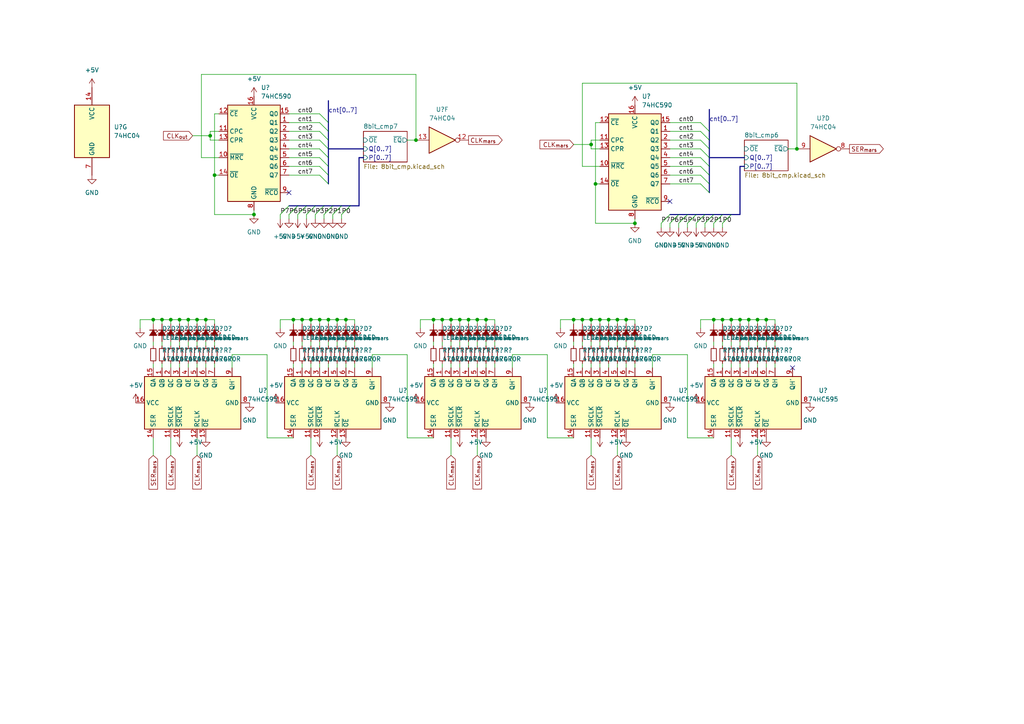
<source format=kicad_sch>
(kicad_sch (version 20230121) (generator eeschema)
  (paper "A4")
  (lib_symbols
    (symbol "74xx:74HC04"
      (property "Reference" "U" (at 0 1.27 0))
      (property "Value" "74HC04" (at 0 -1.27 0))
      (symbol "74HC04_1_0"
        (pin input line (at -7.62 0 0) (length 3.81) (name "~") (number "1"))
        (pin output inverted (at 7.62 0 180) (length 3.81) (name "~") (number "2"))
      )
      (symbol "74HC04_2_0"
        (pin input line (at -7.62 0 0) (length 3.81) (name "~") (number "3"))
        (pin output inverted (at 7.62 0 180) (length 3.81) (name "~") (number "4"))
      )
      (symbol "74HC04_3_0"
        (pin input line (at -7.62 0 0) (length 3.81) (name "~") (number "5"))
        (pin output inverted (at 7.62 0 180) (length 3.81) (name "~") (number "6"))
      )
      (symbol "74HC04_4_0"
        (pin output inverted (at 7.62 0 180) (length 3.81) (name "~") (number "8"))
        (pin input line (at -7.62 0 0) (length 3.81) (name "~") (number "9"))
      )
      (symbol "74HC04_5_0"
        (pin output inverted (at 7.62 0 180) (length 3.81) (name "~") (number "10"))
        (pin input line (at -7.62 0 0) (length 3.81) (name "~") (number "11"))
      )
      (symbol "74HC04_6_0"
        (pin output inverted (at 7.62 0 180) (length 3.81) (name "~") (number "12"))
        (pin input line (at -7.62 0 0) (length 3.81) (name "~") (number "13"))
      )
      (symbol "74HC04_7_0"
        (pin power_in line (at 0 12.7 270) (length 5.08) (name "VCC") (number "14"))
        (pin power_in line (at 0 -12.7 90) (length 5.08) (name "GND") (number "7"))
      )
    )
    (symbol "74xx:74HC590"
      (property "Reference" "U" (at -7.62 16.51 0))
      (property "Value" "74HC590" (at -7.62 -13.97 0))
      (symbol "74HC590_1_0"
        (pin tri_state line (at 10.16 10.16 180) (length 2.54) (name "Q1") (number "1"))
        (pin input line (at -10.16 0 0) (length 2.54) (name "~{MRC}") (number "10"))
        (pin input line (at -10.16 7.62 0) (length 2.54) (name "CPC") (number "11"))
        (pin input line (at -10.16 12.7 0) (length 2.54) (name "~{CE}") (number "12"))
        (pin input line (at -10.16 5.08 0) (length 2.54) (name "CPR") (number "13"))
        (pin input line (at -10.16 -5.08 0) (length 2.54) (name "~{OE}") (number "14"))
        (pin tri_state line (at 10.16 12.7 180) (length 2.54) (name "Q0") (number "15"))
        (pin power_in line (at 0 17.78 270) (length 2.54) (name "VCC") (number "16"))
        (pin tri_state line (at 10.16 7.62 180) (length 2.54) (name "Q2") (number "2"))
        (pin tri_state line (at 10.16 5.08 180) (length 2.54) (name "Q3") (number "3"))
        (pin tri_state line (at 10.16 2.54 180) (length 2.54) (name "Q4") (number "4"))
        (pin tri_state line (at 10.16 0 180) (length 2.54) (name "Q5") (number "5"))
        (pin tri_state line (at 10.16 -2.54 180) (length 2.54) (name "Q6") (number "6"))
        (pin tri_state line (at 10.16 -5.08 180) (length 2.54) (name "Q7") (number "7"))
        (pin power_in line (at 0 -15.24 90) (length 2.54) (name "GND") (number "8"))
        (pin output line (at 10.16 -10.16 180) (length 2.54) (name "~{RCO}") (number "9"))
      )
    )
    (symbol "74xx:74HC595"
      (property "Reference" "U" (at -7.62 13.97 0))
      (property "Value" "74HC595" (at -7.62 -16.51 0))
      (symbol "74HC595_1_0"
        (pin tri_state line (at 10.16 7.62 180) (length 2.54) (name "QB") (number "1"))
        (pin input line (at -10.16 2.54 0) (length 2.54) (name "~{SRCLR}") (number "10"))
        (pin input line (at -10.16 5.08 0) (length 2.54) (name "SRCLK") (number "11"))
        (pin input line (at -10.16 -2.54 0) (length 2.54) (name "RCLK") (number "12"))
        (pin input line (at -10.16 -5.08 0) (length 2.54) (name "~{OE}") (number "13"))
        (pin input line (at -10.16 10.16 0) (length 2.54) (name "SER") (number "14"))
        (pin tri_state line (at 10.16 10.16 180) (length 2.54) (name "QA") (number "15"))
        (pin power_in line (at 0 15.24 270) (length 2.54) (name "VCC") (number "16"))
        (pin tri_state line (at 10.16 5.08 180) (length 2.54) (name "QC") (number "2"))
        (pin tri_state line (at 10.16 2.54 180) (length 2.54) (name "QD") (number "3"))
        (pin tri_state line (at 10.16 0 180) (length 2.54) (name "QE") (number "4"))
        (pin tri_state line (at 10.16 -2.54 180) (length 2.54) (name "QF") (number "5"))
        (pin tri_state line (at 10.16 -5.08 180) (length 2.54) (name "QG") (number "6"))
        (pin tri_state line (at 10.16 -7.62 180) (length 2.54) (name "QH") (number "7"))
        (pin power_in line (at 0 -17.78 90) (length 2.54) (name "GND") (number "8"))
        (pin output line (at 10.16 -12.7 180) (length 2.54) (name "QH'") (number "9"))
      )
    )
    (symbol "Device:LED_Small_Filled" (pin_numbers hide) (pin_names (offset 0.254) hide)
      (property "Reference" "D" (at -1.27 3.175 0))
      (property "Value" "LED_Small_Filled" (at -4.445 -2.54 0))
      (symbol "LED_Small_Filled_1_1"
        (pin passive line (at -2.54 0 0) (length 1.778) (name "K") (number "1"))
        (pin passive line (at 2.54 0 180) (length 1.778) (name "A") (number "2"))
      )
    )
    (symbol "Device:R_Small" (pin_numbers hide) (pin_names (offset 0.254) hide)
      (property "Reference" "R" (at 0.762 0.508 0))
      (property "Value" "R_Small" (at 0.762 -1.016 0))
      (symbol "R_Small_1_1"
        (pin passive line (at 0 2.54 270) (length 0.762) (name "~") (number "1"))
        (pin passive line (at 0 -2.54 90) (length 0.762) (name "~") (number "2"))
      )
    )
    (symbol "power:+5V" (power) (pin_names (offset 0))
      (property "Value" "+5V" (at 0 3.556 0))
      (symbol "+5V_1_1"
        (pin power_in line (at 0 0 90) (length 0) hide (name "+5V") (number "1"))
      )
    )
    (symbol "power:GND" (power) (pin_names (offset 0))
      (property "Value" "GND" (at 0 -3.81 0))
      (symbol "GND_1_1"
        (pin power_in line (at 0 0 270) (length 0) hide (name "GND") (number "1"))
      )
    )
  )
  (junction (at 217.17 92.71))
  (junction (at 214.63 92.71))
  (junction (at 135.89 92.71))
  (junction (at 120.65 40.64))
  (junction (at 138.43 92.71))
  (junction (at 125.73 92.71))
  (junction (at 140.97 92.71))
  (junction (at 173.99 92.71))
  (junction (at 60.96 39.37))
  (junction (at 97.79 92.71))
  (junction (at 181.61 92.71))
  (junction (at 59.69 92.71))
  (junction (at 172.72 53.34))
  (junction (at 49.53 92.71))
  (junction (at 85.09 92.71))
  (junction (at 207.01 92.71))
  (junction (at 57.15 92.71))
  (junction (at 128.27 92.71))
  (junction (at 95.25 92.71))
  (junction (at 219.71 92.71))
  (junction (at 130.81 92.71))
  (junction (at 222.25 92.71))
  (junction (at 176.53 92.71))
  (junction (at 100.33 92.71))
  (junction (at 92.71 92.71))
  (junction (at 231.14 43.18))
  (junction (at 168.91 92.71))
  (junction (at 52.07 92.71))
  (junction (at 166.37 92.71))
  (junction (at 46.99 92.71))
  (junction (at 62.23 50.8))
  (junction (at 87.63 92.71))
  (junction (at 90.17 92.71))
  (junction (at 171.45 41.91))
  (junction (at 179.07 92.71))
  (junction (at 44.45 92.71))
  (junction (at 212.09 92.71))
  (junction (at 209.55 92.71))
  (junction (at 133.35 92.71))
  (junction (at 171.45 92.71))
  (junction (at 184.15 64.77))
  (junction (at 54.61 92.71))
  (junction (at 73.66 62.23))
  (no_connect (at 83.82 55.88))
  (no_connect (at 229.87 106.68))
  (no_connect (at 194.31 58.42))
  (bus_entry (at 199.39 62.23) (size -2.54 2.54))
  (bus_entry (at 204.47 62.23) (size -2.54 2.54))
  (bus_entry (at 203.2 45.72) (size 2.54 2.54))
  (bus_entry (at 96.52 59.69) (size -2.54 2.54))
  (bus_entry (at 201.93 62.23) (size -2.54 2.54))
  (bus_entry (at 92.71 35.56) (size 2.54 2.54))
  (bus_entry (at 93.98 59.69) (size -2.54 2.54))
  (bus_entry (at 209.55 62.23) (size -2.54 2.54))
  (bus_entry (at 203.2 35.56) (size 2.54 2.54))
  (bus_entry (at 91.44 59.69) (size -2.54 2.54))
  (bus_entry (at 92.71 40.64) (size 2.54 2.54))
  (bus_entry (at 92.71 43.18) (size 2.54 2.54))
  (bus_entry (at 99.06 59.69) (size -2.54 2.54))
  (bus_entry (at 101.6 59.69) (size -2.54 2.54))
  (bus_entry (at 194.31 62.23) (size -2.54 2.54))
  (bus_entry (at 86.36 59.69) (size -2.54 2.54))
  (bus_entry (at 203.2 53.34) (size 2.54 2.54))
  (bus_entry (at 207.01 62.23) (size -2.54 2.54))
  (bus_entry (at 92.71 50.8) (size 2.54 2.54))
  (bus_entry (at 88.9 59.69) (size -2.54 2.54))
  (bus_entry (at 92.71 33.02) (size 2.54 2.54))
  (bus_entry (at 196.85 62.23) (size -2.54 2.54))
  (bus_entry (at 83.82 59.69) (size -2.54 2.54))
  (bus_entry (at 203.2 40.64) (size 2.54 2.54))
  (bus_entry (at 92.71 38.1) (size 2.54 2.54))
  (bus_entry (at 92.71 48.26) (size 2.54 2.54))
  (bus_entry (at 203.2 48.26) (size 2.54 2.54))
  (bus_entry (at 212.09 62.23) (size -2.54 2.54))
  (bus_entry (at 203.2 43.18) (size 2.54 2.54))
  (bus_entry (at 203.2 38.1) (size 2.54 2.54))
  (bus_entry (at 92.71 45.72) (size 2.54 2.54))
  (bus_entry (at 203.2 50.8) (size 2.54 2.54))
  (wire (pts (xy 209.55 105.41) (xy 209.55 106.68)))
  (wire (pts (xy 173.99 92.71) (xy 173.99 93.98)))
  (wire (pts (xy 83.82 40.64) (xy 92.71 40.64)))
  (wire (pts (xy 54.61 99.06) (xy 54.61 100.33)))
  (wire (pts (xy 44.45 105.41) (xy 44.45 106.68)))
  (wire (pts (xy 102.87 92.71) (xy 102.87 93.98)))
  (wire (pts (xy 90.17 105.41) (xy 90.17 106.68)))
  (wire (pts (xy 59.69 105.41) (xy 59.69 106.68)))
  (wire (pts (xy 87.63 92.71) (xy 87.63 93.98)))
  (wire (pts (xy 83.82 35.56) (xy 92.71 35.56)))
  (wire (pts (xy 59.69 99.06) (xy 59.69 100.33)))
  (wire (pts (xy 97.79 92.71) (xy 100.33 92.71)))
  (wire (pts (xy 83.82 62.23) (xy 83.82 63.5)))
  (wire (pts (xy 219.71 127) (xy 219.71 132.08)))
  (wire (pts (xy 184.15 105.41) (xy 184.15 106.68)))
  (wire (pts (xy 231.14 24.13) (xy 168.91 24.13)))
  (wire (pts (xy 118.11 127) (xy 125.73 127)))
  (wire (pts (xy 60.96 39.37) (xy 60.96 38.1)))
  (wire (pts (xy 54.61 92.71) (xy 57.15 92.71)))
  (wire (pts (xy 128.27 92.71) (xy 130.81 92.71)))
  (wire (pts (xy 199.39 127) (xy 207.01 127)))
  (wire (pts (xy 87.63 92.71) (xy 90.17 92.71)))
  (wire (pts (xy 171.45 43.18) (xy 171.45 41.91)))
  (wire (pts (xy 85.09 92.71) (xy 85.09 93.98)))
  (wire (pts (xy 217.17 92.71) (xy 219.71 92.71)))
  (wire (pts (xy 194.31 35.56) (xy 203.2 35.56)))
  (wire (pts (xy 95.25 92.71) (xy 97.79 92.71)))
  (wire (pts (xy 224.79 105.41) (xy 224.79 106.68)))
  (wire (pts (xy 62.23 62.23) (xy 62.23 50.8)))
  (wire (pts (xy 85.09 99.06) (xy 85.09 100.33)))
  (wire (pts (xy 166.37 41.91) (xy 171.45 41.91)))
  (wire (pts (xy 99.06 62.23) (xy 99.06 63.5)))
  (wire (pts (xy 81.28 62.23) (xy 81.28 63.5)))
  (wire (pts (xy 85.09 92.71) (xy 87.63 92.71)))
  (wire (pts (xy 125.73 92.71) (xy 128.27 92.71)))
  (wire (pts (xy 49.53 105.41) (xy 49.53 106.68)))
  (wire (pts (xy 121.92 92.71) (xy 121.92 95.25)))
  (wire (pts (xy 95.25 92.71) (xy 95.25 93.98)))
  (wire (pts (xy 57.15 92.71) (xy 59.69 92.71)))
  (wire (pts (xy 179.07 127) (xy 179.07 132.08)))
  (wire (pts (xy 92.71 92.71) (xy 95.25 92.71)))
  (wire (pts (xy 158.75 127) (xy 166.37 127)))
  (wire (pts (xy 171.45 92.71) (xy 173.99 92.71)))
  (wire (pts (xy 171.45 41.91) (xy 171.45 40.64)))
  (wire (pts (xy 100.33 92.71) (xy 102.87 92.71)))
  (wire (pts (xy 184.15 63.5) (xy 184.15 64.77)))
  (wire (pts (xy 168.91 48.26) (xy 173.99 48.26)))
  (wire (pts (xy 92.71 92.71) (xy 92.71 93.98)))
  (wire (pts (xy 207.01 64.77) (xy 207.01 66.04)))
  (bus (pts (xy 205.74 43.18) (xy 205.74 45.72)))
  (wire (pts (xy 194.31 38.1) (xy 203.2 38.1)))
  (wire (pts (xy 62.23 33.02) (xy 63.5 33.02)))
  (wire (pts (xy 44.45 92.71) (xy 40.64 92.71)))
  (wire (pts (xy 133.35 105.41) (xy 133.35 106.68)))
  (wire (pts (xy 57.15 105.41) (xy 57.15 106.68)))
  (wire (pts (xy 107.95 106.68) (xy 107.95 102.87)))
  (wire (pts (xy 97.79 105.41) (xy 97.79 106.68)))
  (wire (pts (xy 52.07 92.71) (xy 52.07 93.98)))
  (bus (pts (xy 194.31 62.23) (xy 196.85 62.23)))
  (wire (pts (xy 125.73 99.06) (xy 125.73 100.33)))
  (bus (pts (xy 214.63 62.23) (xy 214.63 48.26)))
  (wire (pts (xy 181.61 105.41) (xy 181.61 106.68)))
  (wire (pts (xy 140.97 92.71) (xy 143.51 92.71)))
  (wire (pts (xy 49.53 127) (xy 49.53 132.08)))
  (wire (pts (xy 189.23 102.87) (xy 199.39 102.87)))
  (bus (pts (xy 209.55 62.23) (xy 212.09 62.23)))
  (wire (pts (xy 166.37 92.71) (xy 162.56 92.71)))
  (bus (pts (xy 83.82 59.69) (xy 86.36 59.69)))
  (wire (pts (xy 171.45 105.41) (xy 171.45 106.68)))
  (wire (pts (xy 92.71 99.06) (xy 92.71 100.33)))
  (wire (pts (xy 140.97 105.41) (xy 140.97 106.68)))
  (wire (pts (xy 62.23 50.8) (xy 62.23 33.02)))
  (wire (pts (xy 194.31 48.26) (xy 203.2 48.26)))
  (wire (pts (xy 52.07 92.71) (xy 54.61 92.71)))
  (wire (pts (xy 194.31 53.34) (xy 203.2 53.34)))
  (wire (pts (xy 214.63 99.06) (xy 214.63 100.33)))
  (wire (pts (xy 166.37 105.41) (xy 166.37 106.68)))
  (wire (pts (xy 158.75 102.87) (xy 158.75 127)))
  (wire (pts (xy 46.99 99.06) (xy 46.99 100.33)))
  (wire (pts (xy 52.07 99.06) (xy 52.07 100.33)))
  (wire (pts (xy 209.55 99.06) (xy 209.55 100.33)))
  (wire (pts (xy 46.99 92.71) (xy 49.53 92.71)))
  (bus (pts (xy 93.98 59.69) (xy 96.52 59.69)))
  (wire (pts (xy 201.93 64.77) (xy 201.93 66.04)))
  (wire (pts (xy 222.25 99.06) (xy 222.25 100.33)))
  (wire (pts (xy 222.25 105.41) (xy 222.25 106.68)))
  (wire (pts (xy 97.79 99.06) (xy 97.79 100.33)))
  (bus (pts (xy 205.74 40.64) (xy 205.74 43.18)))
  (bus (pts (xy 95.25 45.72) (xy 95.25 48.26)))
  (bus (pts (xy 95.25 40.64) (xy 95.25 43.18)))
  (wire (pts (xy 62.23 50.8) (xy 63.5 50.8)))
  (wire (pts (xy 49.53 92.71) (xy 52.07 92.71)))
  (wire (pts (xy 222.25 92.71) (xy 224.79 92.71)))
  (wire (pts (xy 212.09 92.71) (xy 214.63 92.71)))
  (wire (pts (xy 73.66 62.23) (xy 62.23 62.23)))
  (wire (pts (xy 135.89 92.71) (xy 135.89 93.98)))
  (wire (pts (xy 196.85 64.77) (xy 196.85 66.04)))
  (wire (pts (xy 128.27 92.71) (xy 128.27 93.98)))
  (wire (pts (xy 171.45 99.06) (xy 171.45 100.33)))
  (wire (pts (xy 173.99 99.06) (xy 173.99 100.33)))
  (bus (pts (xy 196.85 62.23) (xy 199.39 62.23)))
  (bus (pts (xy 201.93 62.23) (xy 204.47 62.23)))
  (wire (pts (xy 172.72 53.34) (xy 172.72 35.56)))
  (wire (pts (xy 207.01 92.71) (xy 209.55 92.71)))
  (wire (pts (xy 231.14 43.18) (xy 231.14 24.13)))
  (wire (pts (xy 102.87 105.41) (xy 102.87 106.68)))
  (wire (pts (xy 85.09 92.71) (xy 81.28 92.71)))
  (wire (pts (xy 179.07 99.06) (xy 179.07 100.33)))
  (bus (pts (xy 95.25 35.56) (xy 95.25 38.1)))
  (wire (pts (xy 207.01 92.71) (xy 203.2 92.71)))
  (bus (pts (xy 205.74 45.72) (xy 215.9 45.72)))
  (wire (pts (xy 85.09 105.41) (xy 85.09 106.68)))
  (wire (pts (xy 171.45 127) (xy 171.45 132.08)))
  (wire (pts (xy 172.72 53.34) (xy 173.99 53.34)))
  (wire (pts (xy 138.43 99.06) (xy 138.43 100.33)))
  (wire (pts (xy 102.87 99.06) (xy 102.87 100.33)))
  (wire (pts (xy 179.07 105.41) (xy 179.07 106.68)))
  (wire (pts (xy 125.73 92.71) (xy 121.92 92.71)))
  (wire (pts (xy 100.33 105.41) (xy 100.33 106.68)))
  (wire (pts (xy 209.55 92.71) (xy 209.55 93.98)))
  (wire (pts (xy 100.33 99.06) (xy 100.33 100.33)))
  (wire (pts (xy 168.91 99.06) (xy 168.91 100.33)))
  (wire (pts (xy 81.28 92.71) (xy 81.28 95.25)))
  (wire (pts (xy 58.42 21.59) (xy 58.42 45.72)))
  (wire (pts (xy 83.82 43.18) (xy 92.71 43.18)))
  (bus (pts (xy 205.74 45.72) (xy 205.74 48.26)))
  (wire (pts (xy 130.81 99.06) (xy 130.81 100.33)))
  (wire (pts (xy 128.27 99.06) (xy 128.27 100.33)))
  (wire (pts (xy 118.11 40.64) (xy 120.65 40.64)))
  (wire (pts (xy 120.65 40.64) (xy 120.65 21.59)))
  (wire (pts (xy 140.97 92.71) (xy 140.97 93.98)))
  (wire (pts (xy 143.51 92.71) (xy 143.51 93.98)))
  (wire (pts (xy 92.71 105.41) (xy 92.71 106.68)))
  (bus (pts (xy 212.09 62.23) (xy 214.63 62.23)))
  (wire (pts (xy 87.63 105.41) (xy 87.63 106.68)))
  (wire (pts (xy 93.98 62.23) (xy 93.98 63.5)))
  (wire (pts (xy 90.17 92.71) (xy 90.17 93.98)))
  (wire (pts (xy 173.99 92.71) (xy 176.53 92.71)))
  (wire (pts (xy 168.91 24.13) (xy 168.91 48.26)))
  (wire (pts (xy 97.79 127) (xy 97.79 132.08)))
  (wire (pts (xy 162.56 92.71) (xy 162.56 95.25)))
  (wire (pts (xy 148.59 102.87) (xy 158.75 102.87)))
  (wire (pts (xy 212.09 105.41) (xy 212.09 106.68)))
  (bus (pts (xy 205.74 31.75) (xy 205.74 38.1)))
  (wire (pts (xy 130.81 127) (xy 130.81 132.08)))
  (wire (pts (xy 133.35 92.71) (xy 135.89 92.71)))
  (wire (pts (xy 168.91 105.41) (xy 168.91 106.68)))
  (bus (pts (xy 205.74 48.26) (xy 205.74 50.8)))
  (wire (pts (xy 87.63 99.06) (xy 87.63 100.33)))
  (wire (pts (xy 140.97 99.06) (xy 140.97 100.33)))
  (wire (pts (xy 217.17 92.71) (xy 217.17 93.98)))
  (bus (pts (xy 104.14 59.69) (xy 104.14 45.72)))
  (bus (pts (xy 207.01 62.23) (xy 209.55 62.23)))
  (wire (pts (xy 194.31 43.18) (xy 203.2 43.18)))
  (wire (pts (xy 107.95 102.87) (xy 118.11 102.87)))
  (wire (pts (xy 44.45 99.06) (xy 44.45 100.33)))
  (wire (pts (xy 179.07 92.71) (xy 181.61 92.71)))
  (wire (pts (xy 97.79 92.71) (xy 97.79 93.98)))
  (wire (pts (xy 143.51 99.06) (xy 143.51 100.33)))
  (wire (pts (xy 176.53 92.71) (xy 179.07 92.71)))
  (wire (pts (xy 135.89 99.06) (xy 135.89 100.33)))
  (wire (pts (xy 57.15 127) (xy 57.15 132.08)))
  (wire (pts (xy 166.37 92.71) (xy 168.91 92.71)))
  (wire (pts (xy 207.01 99.06) (xy 207.01 100.33)))
  (bus (pts (xy 204.47 62.23) (xy 207.01 62.23)))
  (wire (pts (xy 130.81 92.71) (xy 130.81 93.98)))
  (wire (pts (xy 181.61 92.71) (xy 181.61 93.98)))
  (wire (pts (xy 214.63 92.71) (xy 214.63 93.98)))
  (wire (pts (xy 90.17 127) (xy 90.17 132.08)))
  (wire (pts (xy 54.61 105.41) (xy 54.61 106.68)))
  (wire (pts (xy 52.07 105.41) (xy 52.07 106.68)))
  (wire (pts (xy 209.55 64.77) (xy 209.55 66.04)))
  (wire (pts (xy 77.47 102.87) (xy 77.47 127)))
  (wire (pts (xy 184.15 64.77) (xy 172.72 64.77)))
  (wire (pts (xy 224.79 99.06) (xy 224.79 100.33)))
  (bus (pts (xy 205.74 50.8) (xy 205.74 53.34)))
  (wire (pts (xy 171.45 92.71) (xy 171.45 93.98)))
  (bus (pts (xy 95.25 38.1) (xy 95.25 40.64)))
  (wire (pts (xy 77.47 127) (xy 85.09 127)))
  (wire (pts (xy 91.44 62.23) (xy 91.44 63.5)))
  (wire (pts (xy 96.52 62.23) (xy 96.52 63.5)))
  (wire (pts (xy 219.71 92.71) (xy 222.25 92.71)))
  (wire (pts (xy 60.96 38.1) (xy 63.5 38.1)))
  (wire (pts (xy 171.45 40.64) (xy 173.99 40.64)))
  (wire (pts (xy 173.99 43.18) (xy 171.45 43.18)))
  (wire (pts (xy 184.15 92.71) (xy 184.15 93.98)))
  (wire (pts (xy 100.33 92.71) (xy 100.33 93.98)))
  (wire (pts (xy 212.09 92.71) (xy 212.09 93.98)))
  (wire (pts (xy 90.17 99.06) (xy 90.17 100.33)))
  (wire (pts (xy 172.72 64.77) (xy 172.72 53.34)))
  (wire (pts (xy 83.82 48.26) (xy 92.71 48.26)))
  (wire (pts (xy 176.53 99.06) (xy 176.53 100.33)))
  (wire (pts (xy 176.53 92.71) (xy 176.53 93.98)))
  (wire (pts (xy 58.42 45.72) (xy 63.5 45.72)))
  (wire (pts (xy 212.09 127) (xy 212.09 132.08)))
  (wire (pts (xy 173.99 105.41) (xy 173.99 106.68)))
  (wire (pts (xy 83.82 45.72) (xy 92.71 45.72)))
  (wire (pts (xy 54.61 92.71) (xy 54.61 93.98)))
  (wire (pts (xy 166.37 92.71) (xy 166.37 93.98)))
  (wire (pts (xy 138.43 105.41) (xy 138.43 106.68)))
  (wire (pts (xy 228.6 43.18) (xy 231.14 43.18)))
  (bus (pts (xy 205.74 53.34) (xy 205.74 55.88)))
  (wire (pts (xy 62.23 92.71) (xy 62.23 93.98)))
  (wire (pts (xy 130.81 105.41) (xy 130.81 106.68)))
  (wire (pts (xy 209.55 92.71) (xy 212.09 92.71)))
  (wire (pts (xy 90.17 92.71) (xy 92.71 92.71)))
  (wire (pts (xy 83.82 38.1) (xy 92.71 38.1)))
  (wire (pts (xy 207.01 105.41) (xy 207.01 106.68)))
  (wire (pts (xy 217.17 105.41) (xy 217.17 106.68)))
  (wire (pts (xy 168.91 92.71) (xy 171.45 92.71)))
  (wire (pts (xy 138.43 127) (xy 138.43 132.08)))
  (wire (pts (xy 219.71 92.71) (xy 219.71 93.98)))
  (bus (pts (xy 91.44 59.69) (xy 93.98 59.69)))
  (wire (pts (xy 138.43 92.71) (xy 138.43 93.98)))
  (bus (pts (xy 214.63 48.26) (xy 215.9 48.26)))
  (bus (pts (xy 101.6 59.69) (xy 104.14 59.69)))
  (wire (pts (xy 138.43 92.71) (xy 140.97 92.71)))
  (wire (pts (xy 63.5 40.64) (xy 60.96 40.64)))
  (wire (pts (xy 194.31 64.77) (xy 194.31 66.04)))
  (wire (pts (xy 219.71 99.06) (xy 219.71 100.33)))
  (wire (pts (xy 57.15 92.71) (xy 57.15 93.98)))
  (wire (pts (xy 148.59 106.68) (xy 148.59 102.87)))
  (wire (pts (xy 67.31 106.68) (xy 67.31 102.87)))
  (wire (pts (xy 44.45 132.08) (xy 44.45 127)))
  (bus (pts (xy 88.9 59.69) (xy 91.44 59.69)))
  (bus (pts (xy 95.25 29.21) (xy 95.25 35.56)))
  (bus (pts (xy 86.36 59.69) (xy 88.9 59.69)))
  (wire (pts (xy 181.61 92.71) (xy 184.15 92.71)))
  (wire (pts (xy 40.64 92.71) (xy 40.64 95.25)))
  (bus (pts (xy 95.25 43.18) (xy 105.41 43.18)))
  (wire (pts (xy 128.27 105.41) (xy 128.27 106.68)))
  (wire (pts (xy 83.82 50.8) (xy 92.71 50.8)))
  (wire (pts (xy 133.35 92.71) (xy 133.35 93.98)))
  (wire (pts (xy 207.01 92.71) (xy 207.01 93.98)))
  (wire (pts (xy 189.23 106.68) (xy 189.23 102.87)))
  (wire (pts (xy 194.31 50.8) (xy 203.2 50.8)))
  (wire (pts (xy 95.25 99.06) (xy 95.25 100.33)))
  (wire (pts (xy 44.45 92.71) (xy 46.99 92.71)))
  (wire (pts (xy 67.31 102.87) (xy 77.47 102.87)))
  (wire (pts (xy 219.71 105.41) (xy 219.71 106.68)))
  (wire (pts (xy 57.15 99.06) (xy 57.15 100.33)))
  (wire (pts (xy 222.25 92.71) (xy 222.25 93.98)))
  (bus (pts (xy 95.25 50.8) (xy 95.25 53.34)))
  (wire (pts (xy 60.96 40.64) (xy 60.96 39.37)))
  (wire (pts (xy 118.11 102.87) (xy 118.11 127)))
  (wire (pts (xy 135.89 105.41) (xy 135.89 106.68)))
  (wire (pts (xy 194.31 45.72) (xy 203.2 45.72)))
  (wire (pts (xy 191.77 64.77) (xy 191.77 66.04)))
  (wire (pts (xy 176.53 105.41) (xy 176.53 106.68)))
  (bus (pts (xy 95.25 48.26) (xy 95.25 50.8)))
  (wire (pts (xy 62.23 99.06) (xy 62.23 100.33)))
  (wire (pts (xy 125.73 92.71) (xy 125.73 93.98)))
  (bus (pts (xy 199.39 62.23) (xy 201.93 62.23)))
  (wire (pts (xy 59.69 92.71) (xy 59.69 93.98)))
  (wire (pts (xy 184.15 99.06) (xy 184.15 100.33)))
  (wire (pts (xy 214.63 105.41) (xy 214.63 106.68)))
  (bus (pts (xy 104.14 45.72) (xy 105.41 45.72)))
  (wire (pts (xy 224.79 92.71) (xy 224.79 93.98)))
  (bus (pts (xy 99.06 59.69) (xy 101.6 59.69)))
  (bus (pts (xy 96.52 59.69) (xy 99.06 59.69)))
  (wire (pts (xy 44.45 92.71) (xy 44.45 93.98)))
  (wire (pts (xy 204.47 64.77) (xy 204.47 66.04)))
  (wire (pts (xy 168.91 92.71) (xy 168.91 93.98)))
  (bus (pts (xy 95.25 43.18) (xy 95.25 45.72)))
  (wire (pts (xy 179.07 92.71) (xy 179.07 93.98)))
  (wire (pts (xy 217.17 99.06) (xy 217.17 100.33)))
  (bus (pts (xy 205.74 38.1) (xy 205.74 40.64)))
  (wire (pts (xy 172.72 35.56) (xy 173.99 35.56)))
  (wire (pts (xy 130.81 92.71) (xy 133.35 92.71)))
  (wire (pts (xy 194.31 40.64) (xy 203.2 40.64)))
  (wire (pts (xy 133.35 99.06) (xy 133.35 100.33)))
  (wire (pts (xy 95.25 105.41) (xy 95.25 106.68)))
  (wire (pts (xy 49.53 99.06) (xy 49.53 100.33)))
  (wire (pts (xy 212.09 99.06) (xy 212.09 100.33)))
  (wire (pts (xy 83.82 33.02) (xy 92.71 33.02)))
  (wire (pts (xy 120.65 21.59) (xy 58.42 21.59)))
  (wire (pts (xy 199.39 64.77) (xy 199.39 66.04)))
  (wire (pts (xy 166.37 99.06) (xy 166.37 100.33)))
  (wire (pts (xy 73.66 60.96) (xy 73.66 62.23)))
  (wire (pts (xy 62.23 105.41) (xy 62.23 106.68)))
  (wire (pts (xy 55.88 39.37) (xy 60.96 39.37)))
  (wire (pts (xy 88.9 62.23) (xy 88.9 63.5)))
  (wire (pts (xy 49.53 92.71) (xy 49.53 93.98)))
  (wire (pts (xy 59.69 92.71) (xy 62.23 92.71)))
  (wire (pts (xy 125.73 105.41) (xy 125.73 106.68)))
  (wire (pts (xy 203.2 92.71) (xy 203.2 95.25)))
  (wire (pts (xy 214.63 92.71) (xy 217.17 92.71)))
  (wire (pts (xy 86.36 62.23) (xy 86.36 63.5)))
  (wire (pts (xy 135.89 92.71) (xy 138.43 92.71)))
  (wire (pts (xy 46.99 105.41) (xy 46.99 106.68)))
  (wire (pts (xy 46.99 92.71) (xy 46.99 93.98)))
  (wire (pts (xy 181.61 99.06) (xy 181.61 100.33)))
  (wire (pts (xy 199.39 102.87) (xy 199.39 127)))
  (wire (pts (xy 143.51 105.41) (xy 143.51 106.68)))
  (label "P4" (at 88.9 62.23 0))
  (label "cnt7" (at 196.85 53.34 0))
  (label "cnt[0..7]" (at 95.25 33.02 0))
  (label "cnt4" (at 86.36 43.18 0))
  (label "cnt1" (at 86.36 35.56 0))
  (label "cnt[0..7]" (at 205.74 35.56 0))
  (label "P6" (at 83.82 62.23 0))
  (label "P0" (at 99.06 62.23 0))
  (label "P0" (at 209.55 64.77 0))
  (label "cnt0" (at 196.85 35.56 0))
  (label "cnt7" (at 86.36 50.8 0))
  (label "P3" (at 201.93 64.77 0))
  (label "cnt6" (at 86.36 48.26 0))
  (label "cnt1" (at 196.85 38.1 0))
  (label "P2" (at 93.98 62.23 0))
  (label "P5" (at 196.85 64.77 0))
  (label "P2" (at 204.47 64.77 0))
  (label "cnt2" (at 86.4114 38.1 0))
  (label "P7" (at 191.77 64.77 0))
  (label "cnt2" (at 196.9014 40.64 0))
  (label "cnt0" (at 86.36 33.02 0))
  (label "cnt5" (at 86.36 45.72 0))
  (label "cnt3" (at 86.36 40.64 0))
  (label "P1" (at 207.01 64.77 0))
  (label "cnt4" (at 196.85 45.72 0))
  (label "cnt5" (at 196.85 48.26 0))
  (label "P6" (at 194.31 64.77 0))
  (label "P4" (at 199.39 64.77 0))
  (label "P3" (at 91.44 62.23 0))
  (label "cnt6" (at 196.85 50.8 0))
  (label "P7" (at 81.28 62.23 0))
  (label "P5" (at 86.36 62.23 0))
  (label "P1" (at 96.52 62.23 0))
  (label "cnt3" (at 196.85 43.18 0))
  (global_label "CLK_{mars}" (shape output) (at 135.89 40.64 0) (property "Intersheetrefs" "${INTERSHEET_REFS}" (effects hide)))
  (global_label "CLK_{mars}" (shape input) (at 97.79 132.08 270) (property "Intersheetrefs" "${INTERSHEET_REFS}" (effects hide)))
  (global_label "CLK_{out}" (shape input) (at 55.88 39.37 180) (property "Intersheetrefs" "${INTERSHEET_REFS}" (effects hide)))
  (global_label "CLK_{mars}" (shape input) (at 49.53 132.08 270) (property "Intersheetrefs" "${INTERSHEET_REFS}" (effects hide)))
  (global_label "CLK_{mars}" (shape input) (at 130.81 132.08 270) (property "Intersheetrefs" "${INTERSHEET_REFS}" (effects hide)))
  (global_label "CLK_{mars}" (shape input) (at 219.71 132.08 270) (property "Intersheetrefs" "${INTERSHEET_REFS}" (effects hide)))
  (global_label "SER_{mars}" (shape input) (at 44.45 132.08 270) (property "Intersheetrefs" "${INTERSHEET_REFS}" (effects hide)))
  (global_label "SER_{mars}" (shape output) (at 246.38 43.18 0) (property "Intersheetrefs" "${INTERSHEET_REFS}" (effects hide)))
  (global_label "CLK_{mars}" (shape input) (at 212.09 132.08 270) (property "Intersheetrefs" "${INTERSHEET_REFS}" (effects hide)))
  (global_label "CLK_{mars}" (shape input) (at 90.17 132.08 270) (property "Intersheetrefs" "${INTERSHEET_REFS}" (effects hide)))
  (global_label "CLK_{mars}" (shape input) (at 138.43 132.08 270) (property "Intersheetrefs" "${INTERSHEET_REFS}" (effects hide)))
  (global_label "CLK_{mars}" (shape input) (at 179.07 132.08 270) (property "Intersheetrefs" "${INTERSHEET_REFS}" (effects hide)))
  (global_label "CLK_{mars}" (shape input) (at 171.45 132.08 270) (property "Intersheetrefs" "${INTERSHEET_REFS}" (effects hide)))
  (global_label "CLK_{mars}" (shape input) (at 57.15 132.08 270) (property "Intersheetrefs" "${INTERSHEET_REFS}" (effects hide)))
  (global_label "CLK_{mars}" (shape input) (at 166.37 41.91 180) (property "Intersheetrefs" "${INTERSHEET_REFS}" (effects hide)))
  (symbol (lib_id "power:GND") (at 113.03 116.84 0) (unit 1)
    (property "Reference" "#PWR?" (effects hide))
    (property "Value" "GND" (at 113.03 121.92 0))
  )
  (symbol (lib_id "power:+5V") (at 214.63 127 180) (unit 1)
    (property "Reference" "#PWR?" (effects hide))
    (property "Value" "+5V" (at 217.17 128.2699 0) (effects (justify right)))
  )
  (symbol (lib_id "Device:R_Small") (at 135.89 102.87 0) (unit 1)
    (property "Reference" "R?" (at 138.43 101.5999 0) (effects (justify left)))
    (property "Value" "470R" (at 138.43 104.1399 0) (effects (justify left)))
  )
  (symbol (lib_id "Device:R_Small") (at 214.63 102.87 0) (unit 1)
    (property "Reference" "R?" (at 217.17 101.5999 0) (effects (justify left)))
    (property "Value" "470R" (at 217.17 104.1399 0) (effects (justify left)))
  )
  (symbol (lib_id "power:+5V") (at 161.29 116.84 0) (unit 1)
    (property "Reference" "#PWR?" (effects hide))
    (property "Value" "+5V" (at 161.29 111.76 0))
  )
  (symbol (lib_id "Device:LED_Small_Filled") (at 138.43 96.52 270) (unit 1)
    (property "Reference" "D?" (at 140.97 95.3134 90) (effects (justify left)))
    (property "Value" "LED_{mars}" (at 140.97 97.8534 90) (effects (justify left)))
  )
  (symbol (lib_id "Device:LED_Small_Filled") (at 219.71 96.52 270) (unit 1)
    (property "Reference" "D?" (at 222.25 95.3134 90) (effects (justify left)))
    (property "Value" "LED_{mars}" (at 222.25 97.8534 90) (effects (justify left)))
  )
  (symbol (lib_id "Device:R_Small") (at 140.97 102.87 0) (unit 1)
    (property "Reference" "R?" (at 143.51 101.5999 0) (effects (justify left)))
    (property "Value" "470R" (at 143.51 104.1399 0) (effects (justify left)))
  )
  (symbol (lib_id "power:GND") (at 140.97 127 0) (unit 1)
    (property "Reference" "#PWR?" (effects hide))
    (property "Value" "GND" (at 140.97 132.08 0))
  )
  (symbol (lib_id "Device:R_Small") (at 125.73 102.87 0) (unit 1)
    (property "Reference" "R?" (at 128.27 101.5999 0) (effects (justify left)))
    (property "Value" "470R" (at 128.27 104.1399 0) (effects (justify left)))
  )
  (symbol (lib_id "Device:LED_Small_Filled") (at 184.15 96.52 270) (unit 1)
    (property "Reference" "D?" (at 186.69 95.3134 90) (effects (justify left)))
    (property "Value" "LED_{mars}" (at 186.69 97.8534 90) (effects (justify left)))
  )
  (symbol (lib_id "power:+5V") (at 81.28 63.5 180) (unit 1)
    (property "Reference" "#PWR?" (effects hide))
    (property "Value" "+5V" (at 81.28 68.58 0))
  )
  (symbol (lib_id "power:GND") (at 59.69 127 0) (unit 1)
    (property "Reference" "#PWR?" (effects hide))
    (property "Value" "GND" (at 59.69 132.08 0))
  )
  (symbol (lib_id "74xx:74HC595") (at 176.53 116.84 90) (unit 1)
    (property "Reference" "U?" (at 198.12 113.2586 90))
    (property "Value" "74HC595" (at 198.12 115.7986 90))
    (property "Datasheet" "http://www.ti.com/lit/ds/symlink/sn74hc595.pdf" (effects hide))
  )
  (symbol (lib_id "Device:R_Small") (at 52.07 102.87 0) (unit 1)
    (property "Reference" "R?" (at 54.61 101.5999 0) (effects (justify left)))
    (property "Value" "470R" (at 54.61 104.1399 0) (effects (justify left)))
  )
  (symbol (lib_id "Device:LED_Small_Filled") (at 52.07 96.52 270) (unit 1)
    (property "Reference" "D?" (at 54.61 95.3134 90) (effects (justify left)))
    (property "Value" "LED_{mars}" (at 54.61 97.8534 90) (effects (justify left)))
  )
  (symbol (lib_id "74xx:74HC595") (at 95.25 116.84 90) (unit 1)
    (property "Reference" "U?" (at 116.84 113.2586 90))
    (property "Value" "74HC595" (at 116.84 115.7986 90))
    (property "Datasheet" "http://www.ti.com/lit/ds/symlink/sn74hc595.pdf" (effects hide))
  )
  (symbol (lib_id "Device:R_Small") (at 54.61 102.87 0) (unit 1)
    (property "Reference" "R?" (at 57.15 101.5999 0) (effects (justify left)))
    (property "Value" "470R" (at 57.15 104.1399 0) (effects (justify left)))
  )
  (symbol (lib_id "power:+5V") (at 39.37 116.84 0) (unit 1)
    (property "Reference" "#PWR?" (effects hide))
    (property "Value" "+5V" (at 39.37 111.76 0))
  )
  (symbol (lib_id "Device:R_Small") (at 92.71 102.87 0) (unit 1)
    (property "Reference" "R?" (at 95.25 101.5999 0) (effects (justify left)))
    (property "Value" "470R" (at 95.25 104.1399 0) (effects (justify left)))
  )
  (symbol (lib_id "power:GND") (at 93.98 63.5 0) (unit 1)
    (property "Reference" "#PWR?" (effects hide))
    (property "Value" "GND" (at 93.98 68.58 0))
  )
  (symbol (lib_id "Device:R_Small") (at 168.91 102.87 0) (unit 1)
    (property "Reference" "R?" (at 171.45 101.5999 0) (effects (justify left)))
    (property "Value" "470R" (at 171.45 104.1399 0) (effects (justify left)))
  )
  (symbol (lib_id "power:GND") (at 194.31 116.84 0) (unit 1)
    (property "Reference" "#PWR?" (effects hide))
    (property "Value" "GND" (at 194.31 121.92 0))
  )
  (symbol (lib_id "Device:LED_Small_Filled") (at 90.17 96.52 270) (unit 1)
    (property "Reference" "D?" (at 92.71 95.3134 90) (effects (justify left)))
    (property "Value" "LED_{mars}" (at 92.71 97.8534 90) (effects (justify left)))
  )
  (symbol (lib_id "Device:LED_Small_Filled") (at 57.15 96.52 270) (unit 1)
    (property "Reference" "D?" (at 59.69 95.3134 90) (effects (justify left)))
    (property "Value" "LED_{mars}" (at 59.69 97.8534 90) (effects (justify left)))
  )
  (symbol (lib_id "Device:LED_Small_Filled") (at 95.25 96.52 270) (unit 1)
    (property "Reference" "D?" (at 97.79 95.3134 90) (effects (justify left)))
    (property "Value" "LED_{mars}" (at 97.79 97.8534 90) (effects (justify left)))
  )
  (symbol (lib_id "Device:R_Small") (at 46.99 102.87 0) (unit 1)
    (property "Reference" "R?" (at 49.53 101.5999 0) (effects (justify left)))
    (property "Value" "470R" (at 49.53 104.1399 0) (effects (justify left)))
  )
  (symbol (lib_id "Device:R_Small") (at 176.53 102.87 0) (unit 1)
    (property "Reference" "R?" (at 179.07 101.5999 0) (effects (justify left)))
    (property "Value" "470R" (at 179.07 104.1399 0) (effects (justify left)))
  )
  (symbol (lib_id "power:GND") (at 40.64 95.25 0) (unit 1)
    (property "Reference" "#PWR?" (effects hide))
    (property "Value" "GND" (at 40.64 100.33 0))
  )
  (symbol (lib_id "Device:LED_Small_Filled") (at 173.99 96.52 270) (unit 1)
    (property "Reference" "D?" (at 176.53 95.3134 90) (effects (justify left)))
    (property "Value" "LED_{mars}" (at 176.53 97.8534 90) (effects (justify left)))
  )
  (symbol (lib_id "Device:R_Small") (at 49.53 102.87 0) (unit 1)
    (property "Reference" "R?" (at 52.07 101.5999 0) (effects (justify left)))
    (property "Value" "470R" (at 52.07 104.1399 0) (effects (justify left)))
  )
  (symbol (lib_id "Device:R_Small") (at 181.61 102.87 0) (unit 1)
    (property "Reference" "R?" (at 184.15 101.5999 0) (effects (justify left)))
    (property "Value" "470R" (at 184.15 104.1399 0) (effects (justify left)))
  )
  (symbol (lib_id "Device:LED_Small_Filled") (at 130.81 96.52 270) (unit 1)
    (property "Reference" "D?" (at 133.35 95.3134 90) (effects (justify left)))
    (property "Value" "LED_{mars}" (at 133.35 97.8534 90) (effects (justify left)))
  )
  (symbol (lib_id "Device:R_Small") (at 212.09 102.87 0) (unit 1)
    (property "Reference" "R?" (at 214.63 101.5999 0) (effects (justify left)))
    (property "Value" "470R" (at 214.63 104.1399 0) (effects (justify left)))
  )
  (symbol (lib_id "Device:LED_Small_Filled") (at 214.63 96.52 270) (unit 1)
    (property "Reference" "D?" (at 217.17 95.3134 90) (effects (justify left)))
    (property "Value" "LED_{mars}" (at 217.17 97.8534 90) (effects (justify left)))
  )
  (symbol (lib_id "Device:LED_Small_Filled") (at 181.61 96.52 270) (unit 1)
    (property "Reference" "D?" (at 184.15 95.3134 90) (effects (justify left)))
    (property "Value" "LED_{mars}" (at 184.15 97.8534 90) (effects (justify left)))
  )
  (symbol (lib_id "power:GND") (at 26.67 50.8 0) (unit 1)
    (property "Reference" "#PWR?" (effects hide))
    (property "Value" "GND" (at 26.67 55.88 0))
  )
  (symbol (lib_id "power:GND") (at 81.28 95.25 0) (unit 1)
    (property "Reference" "#PWR?" (effects hide))
    (property "Value" "GND" (at 81.28 100.33 0))
  )
  (symbol (lib_id "Device:R_Small") (at 184.15 102.87 0) (unit 1)
    (property "Reference" "R?" (at 186.69 101.5999 0) (effects (justify left)))
    (property "Value" "470R" (at 186.69 104.1399 0) (effects (justify left)))
  )
  (symbol (lib_id "power:GND") (at 72.39 116.84 0) (unit 1)
    (property "Reference" "#PWR?" (effects hide))
    (property "Value" "GND" (at 72.39 121.92 0))
  )
  (symbol (lib_id "Device:LED_Small_Filled") (at 212.09 96.52 270) (unit 1)
    (property "Reference" "D?" (at 214.63 95.3134 90) (effects (justify left)))
    (property "Value" "LED_{mars}" (at 214.63 97.8534 90) (effects (justify left)))
  )
  (symbol (lib_id "Device:LED_Small_Filled") (at 135.89 96.52 270) (unit 1)
    (property "Reference" "D?" (at 138.43 95.3134 90) (effects (justify left)))
    (property "Value" "LED_{mars}" (at 138.43 97.8534 90) (effects (justify left)))
  )
  (symbol (lib_id "Device:LED_Small_Filled") (at 133.35 96.52 270) (unit 1)
    (property "Reference" "D?" (at 135.89 95.3134 90) (effects (justify left)))
    (property "Value" "LED_{mars}" (at 135.89 97.8534 90) (effects (justify left)))
  )
  (symbol (lib_id "Device:LED_Small_Filled") (at 46.99 96.52 270) (unit 1)
    (property "Reference" "D?" (at 49.53 95.3134 90) (effects (justify left)))
    (property "Value" "LED_{mars}" (at 49.53 97.8534 90) (effects (justify left)))
  )
  (symbol (lib_id "Device:LED_Small_Filled") (at 59.69 96.52 270) (unit 1)
    (property "Reference" "D?" (at 62.23 95.3134 90) (effects (justify left)))
    (property "Value" "LED_{mars}" (at 62.23 97.8534 90) (effects (justify left)))
  )
  (symbol (lib_id "power:+5V") (at 184.15 30.48 0) (unit 1)
    (property "Reference" "#PWR?" (effects hide))
    (property "Value" "+5V" (at 184.15 25.4 0))
  )
  (symbol (lib_id "Device:R_Small") (at 209.55 102.87 0) (unit 1)
    (property "Reference" "R?" (at 212.09 101.5999 0) (effects (justify left)))
    (property "Value" "470R" (at 212.09 104.1399 0) (effects (justify left)))
  )
  (symbol (lib_id "Device:LED_Small_Filled") (at 176.53 96.52 270) (unit 1)
    (property "Reference" "D?" (at 179.07 95.3134 90) (effects (justify left)))
    (property "Value" "LED_{mars}" (at 179.07 97.8534 90) (effects (justify left)))
  )
  (symbol (lib_id "Device:LED_Small_Filled") (at 100.33 96.52 270) (unit 1)
    (property "Reference" "D?" (at 102.87 95.3134 90) (effects (justify left)))
    (property "Value" "LED_{mars}" (at 102.87 97.8534 90) (effects (justify left)))
  )
  (symbol (lib_id "Device:LED_Small_Filled") (at 97.79 96.52 270) (unit 1)
    (property "Reference" "D?" (at 100.33 95.3134 90) (effects (justify left)))
    (property "Value" "LED_{mars}" (at 100.33 97.8534 90) (effects (justify left)))
  )
  (symbol (lib_id "Device:R_Small") (at 207.01 102.87 0) (unit 1)
    (property "Reference" "R?" (at 209.55 101.5999 0) (effects (justify left)))
    (property "Value" "470R" (at 209.55 104.1399 0) (effects (justify left)))
  )
  (symbol (lib_id "power:+5V") (at 196.85 66.04 180) (unit 1)
    (property "Reference" "#PWR?" (effects hide))
    (property "Value" "+5V" (at 196.85 71.12 0))
  )
  (symbol (lib_id "power:+5V") (at 92.71 127 180) (unit 1)
    (property "Reference" "#PWR?" (effects hide))
    (property "Value" "+5V" (at 95.25 128.2699 0) (effects (justify right)))
  )
  (symbol (lib_id "power:GND") (at 73.66 62.23 0) (unit 1)
    (property "Reference" "#PWR?" (effects hide))
    (property "Value" "GND" (at 73.66 67.31 0))
  )
  (symbol (lib_id "Device:LED_Small_Filled") (at 143.51 96.52 270) (unit 1)
    (property "Reference" "D?" (at 146.05 95.3134 90) (effects (justify left)))
    (property "Value" "LED_{mars}" (at 146.05 97.8534 90) (effects (justify left)))
  )
  (symbol (lib_id "Device:R_Small") (at 222.25 102.87 0) (unit 1)
    (property "Reference" "R?" (at 224.79 101.5999 0) (effects (justify left)))
    (property "Value" "470R" (at 224.79 104.1399 0) (effects (justify left)))
  )
  (symbol (lib_id "power:GND") (at 204.47 66.04 0) (unit 1)
    (property "Reference" "#PWR?" (effects hide))
    (property "Value" "GND" (at 204.47 71.12 0))
  )
  (symbol (lib_id "Device:R_Small") (at 143.51 102.87 0) (unit 1)
    (property "Reference" "R?" (at 146.05 101.5999 0) (effects (justify left)))
    (property "Value" "470R" (at 146.05 104.1399 0) (effects (justify left)))
  )
  (symbol (lib_id "74xx:74HC590") (at 184.15 48.26 0) (unit 1)
    (property "Reference" "U?" (at 186.1694 27.94 0) (effects (justify left)))
    (property "Value" "74HC590" (at 186.1694 30.48 0) (effects (justify left)))
    (property "Datasheet" "https://assets.nexperia.com/documents/data-sheet/74HC590.pdf" (effects hide))
  )
  (symbol (lib_id "Device:R_Small") (at 87.63 102.87 0) (unit 1)
    (property "Reference" "R?" (at 90.17 101.5999 0) (effects (justify left)))
    (property "Value" "470R" (at 90.17 104.1399 0) (effects (justify left)))
  )
  (symbol (lib_id "Device:LED_Small_Filled") (at 44.45 96.52 270) (unit 1)
    (property "Reference" "D?" (at 46.99 95.3134 90) (effects (justify left)))
    (property "Value" "LED_{mars}" (at 46.99 97.8534 90) (effects (justify left)))
  )
  (symbol (lib_id "74xx:74HC04") (at 128.27 40.64 0) (unit 6)
    (property "Reference" "U?" (at 128.27 31.75 0))
    (property "Value" "74HC04" (at 128.27 34.29 0))
    (property "Datasheet" "https://assets.nexperia.com/documents/data-sheet/74HC_HCT04.pdf" (effects hide))
  )
  (symbol (lib_id "74xx:74HC595") (at 54.61 116.84 90) (unit 1)
    (property "Reference" "U?" (at 76.2 113.2586 90))
    (property "Value" "74HC595" (at 76.2 115.7986 90))
    (property "Datasheet" "http://www.ti.com/lit/ds/symlink/sn74hc595.pdf" (effects hide))
  )
  (symbol (lib_id "Device:LED_Small_Filled") (at 62.23 96.52 270) (unit 1)
    (property "Reference" "D?" (at 64.77 95.3134 90) (effects (justify left)))
    (property "Value" "LED_{mars}" (at 64.77 97.8534 90) (effects (justify left)))
  )
  (symbol (lib_id "Device:LED_Small_Filled") (at 140.97 96.52 270) (unit 1)
    (property "Reference" "D?" (at 143.51 95.3134 90) (effects (justify left)))
    (property "Value" "LED_{mars}" (at 143.51 97.8534 90) (effects (justify left)))
  )
  (symbol (lib_id "Device:R_Small") (at 128.27 102.87 0) (unit 1)
    (property "Reference" "R?" (at 130.81 101.5999 0) (effects (justify left)))
    (property "Value" "470R" (at 130.81 104.1399 0) (effects (justify left)))
  )
  (symbol (lib_id "Device:R_Small") (at 85.09 102.87 0) (unit 1)
    (property "Reference" "R?" (at 87.63 101.5999 0) (effects (justify left)))
    (property "Value" "470R" (at 87.63 104.1399 0) (effects (justify left)))
  )
  (symbol (lib_id "Device:LED_Small_Filled") (at 224.79 96.52 270) (unit 1)
    (property "Reference" "D?" (at 227.33 95.3134 90) (effects (justify left)))
    (property "Value" "LED_{mars}" (at 227.33 97.8534 90) (effects (justify left)))
  )
  (symbol (lib_id "Device:R_Small") (at 224.79 102.87 0) (unit 1)
    (property "Reference" "R?" (at 227.33 101.5999 0) (effects (justify left)))
    (property "Value" "470R" (at 227.33 104.1399 0) (effects (justify left)))
  )
  (symbol (lib_id "power:GND") (at 162.56 95.25 0) (unit 1)
    (property "Reference" "#PWR?" (effects hide))
    (property "Value" "GND" (at 162.56 100.33 0))
  )
  (symbol (lib_id "Device:LED_Small_Filled") (at 125.73 96.52 270) (unit 1)
    (property "Reference" "D?" (at 128.27 95.3134 90) (effects (justify left)))
    (property "Value" "LED_{mars}" (at 128.27 97.8534 90) (effects (justify left)))
  )
  (symbol (lib_id "74xx:74HC590") (at 73.66 45.72 0) (unit 1)
    (property "Reference" "U?" (at 75.6794 25.4 0) (effects (justify left)))
    (property "Value" "74HC590" (at 75.6794 27.94 0) (effects (justify left)))
    (property "Datasheet" "https://assets.nexperia.com/documents/data-sheet/74HC590.pdf" (effects hide))
  )
  (symbol (lib_id "Device:R_Small") (at 138.43 102.87 0) (unit 1)
    (property "Reference" "R?" (at 140.97 101.5999 0) (effects (justify left)))
    (property "Value" "470R" (at 140.97 104.1399 0) (effects (justify left)))
  )
  (symbol (lib_id "Device:R_Small") (at 102.87 102.87 0) (unit 1)
    (property "Reference" "R?" (at 105.41 101.5999 0) (effects (justify left)))
    (property "Value" "470R" (at 105.41 104.1399 0) (effects (justify left)))
  )
  (symbol (lib_id "power:+5V") (at 86.36 63.5 180) (unit 1)
    (property "Reference" "#PWR?" (effects hide))
    (property "Value" "+5V" (at 86.36 68.58 0))
  )
  (symbol (lib_id "power:GND") (at 222.25 127 0) (unit 1)
    (property "Reference" "#PWR?" (effects hide))
    (property "Value" "GND" (at 222.25 132.08 0))
  )
  (symbol (lib_id "Device:LED_Small_Filled") (at 128.27 96.52 270) (unit 1)
    (property "Reference" "D?" (at 130.81 95.3134 90) (effects (justify left)))
    (property "Value" "LED_{mars}" (at 130.81 97.8534 90) (effects (justify left)))
  )
  (symbol (lib_id "Device:LED_Small_Filled") (at 217.17 96.52 270) (unit 1)
    (property "Reference" "D?" (at 219.71 95.3134 90) (effects (justify left)))
    (property "Value" "LED_{mars}" (at 219.71 97.8534 90) (effects (justify left)))
  )
  (symbol (lib_id "Device:LED_Small_Filled") (at 92.71 96.52 270) (unit 1)
    (property "Reference" "D?" (at 95.25 95.3134 90) (effects (justify left)))
    (property "Value" "LED_{mars}" (at 95.25 97.8534 90) (effects (justify left)))
  )
  (symbol (lib_id "power:GND") (at 209.55 66.04 0) (unit 1)
    (property "Reference" "#PWR?" (effects hide))
    (property "Value" "GND" (at 209.55 71.12 0))
  )
  (symbol (lib_id "Device:R_Small") (at 57.15 102.87 0) (unit 1)
    (property "Reference" "R?" (at 59.69 101.5999 0) (effects (justify left)))
    (property "Value" "470R" (at 59.69 104.1399 0) (effects (justify left)))
  )
  (symbol (lib_id "power:+5V") (at 201.93 66.04 180) (unit 1)
    (property "Reference" "#PWR?" (effects hide))
    (property "Value" "+5V" (at 201.93 71.12 0))
  )
  (symbol (lib_id "power:+5V") (at 73.66 27.94 0) (unit 1)
    (property "Reference" "#PWR?" (effects hide))
    (property "Value" "+5V" (at 73.66 22.86 0))
  )
  (symbol (lib_id "Device:LED_Small_Filled") (at 85.09 96.52 270) (unit 1)
    (property "Reference" "D?" (at 87.63 95.3134 90) (effects (justify left)))
    (property "Value" "LED_{mars}" (at 87.63 97.8534 90) (effects (justify left)))
  )
  (symbol (lib_id "power:GND") (at 194.31 66.04 0) (unit 1)
    (property "Reference" "#PWR?" (effects hide))
    (property "Value" "GND" (at 194.31 71.12 0))
  )
  (symbol (lib_id "power:+5V") (at 173.99 127 180) (unit 1)
    (property "Reference" "#PWR?" (effects hide))
    (property "Value" "+5V" (at 176.53 128.2699 0) (effects (justify right)))
  )
  (symbol (lib_id "Device:R_Small") (at 100.33 102.87 0) (unit 1)
    (property "Reference" "R?" (at 102.87 101.5999 0) (effects (justify left)))
    (property "Value" "470R" (at 102.87 104.1399 0) (effects (justify left)))
  )
  (symbol (lib_id "74xx:74HC04") (at 238.76 43.18 0) (unit 4)
    (property "Reference" "U?" (at 238.76 34.29 0))
    (property "Value" "74HC04" (at 238.76 36.83 0))
    (property "Datasheet" "https://assets.nexperia.com/documents/data-sheet/74HC_HCT04.pdf" (effects hide))
  )
  (symbol (lib_id "Device:LED_Small_Filled") (at 87.63 96.52 270) (unit 1)
    (property "Reference" "D?" (at 90.17 95.3134 90) (effects (justify left)))
    (property "Value" "LED_{mars}" (at 90.17 97.8534 90) (effects (justify left)))
  )
  (symbol (lib_id "power:GND") (at 203.2 95.25 0) (unit 1)
    (property "Reference" "#PWR?" (effects hide))
    (property "Value" "GND" (at 203.2 100.33 0))
  )
  (symbol (lib_id "Device:LED_Small_Filled") (at 49.53 96.52 270) (unit 1)
    (property "Reference" "D?" (at 52.07 95.3134 90) (effects (justify left)))
    (property "Value" "LED_{mars}" (at 52.07 97.8534 90) (effects (justify left)))
  )
  (symbol (lib_id "Device:LED_Small_Filled") (at 207.01 96.52 270) (unit 1)
    (property "Reference" "D?" (at 209.55 95.3134 90) (effects (justify left)))
    (property "Value" "LED_{mars}" (at 209.55 97.8534 90) (effects (justify left)))
  )
  (symbol (lib_id "Device:LED_Small_Filled") (at 166.37 96.52 270) (unit 1)
    (property "Reference" "D?" (at 168.91 95.3134 90) (effects (justify left)))
    (property "Value" "LED_{mars}" (at 168.91 97.8534 90) (effects (justify left)))
  )
  (symbol (lib_id "Device:R_Small") (at 95.25 102.87 0) (unit 1)
    (property "Reference" "R?" (at 97.79 101.5999 0) (effects (justify left)))
    (property "Value" "470R" (at 97.79 104.1399 0) (effects (justify left)))
  )
  (symbol (lib_id "Device:R_Small") (at 97.79 102.87 0) (unit 1)
    (property "Reference" "R?" (at 100.33 101.5999 0) (effects (justify left)))
    (property "Value" "470R" (at 100.33 104.1399 0) (effects (justify left)))
  )
  (symbol (lib_id "Device:R_Small") (at 173.99 102.87 0) (unit 1)
    (property "Reference" "R?" (at 176.53 101.5999 0) (effects (justify left)))
    (property "Value" "470R" (at 176.53 104.1399 0) (effects (justify left)))
  )
  (symbol (lib_id "power:GND") (at 83.82 63.5 0) (unit 1)
    (property "Reference" "#PWR?" (effects hide))
    (property "Value" "GND" (at 83.82 68.58 0))
  )
  (symbol (lib_id "power:GND") (at 207.01 66.04 0) (unit 1)
    (property "Reference" "#PWR?" (effects hide))
    (property "Value" "GND" (at 207.01 71.12 0))
  )
  (symbol (lib_id "Device:R_Small") (at 179.07 102.87 0) (unit 1)
    (property "Reference" "R?" (at 181.61 101.5999 0) (effects (justify left)))
    (property "Value" "470R" (at 181.61 104.1399 0) (effects (justify left)))
  )
  (symbol (lib_id "Device:R_Small") (at 62.23 102.87 0) (unit 1)
    (property "Reference" "R?" (at 64.77 101.5999 0) (effects (justify left)))
    (property "Value" "470R" (at 64.77 104.1399 0) (effects (justify left)))
  )
  (symbol (lib_id "74xx:74HC04") (at 26.67 38.1 0) (unit 7)
    (property "Reference" "U?" (at 33.02 36.8299 0) (effects (justify left)))
    (property "Value" "74HC04" (at 33.02 39.3699 0) (effects (justify left)))
    (property "Datasheet" "https://assets.nexperia.com/documents/data-sheet/74HC_HCT04.pdf" (effects hide))
  )
  (symbol (lib_id "power:GND") (at 234.95 116.84 0) (unit 1)
    (property "Reference" "#PWR?" (effects hide))
    (property "Value" "GND" (at 234.95 121.92 0))
  )
  (symbol (lib_id "power:+5V") (at 26.67 25.4 0) (unit 1)
    (property "Reference" "#PWR?" (effects hide))
    (property "Value" "+5V" (at 26.67 20.32 0))
  )
  (symbol (lib_id "Device:R_Small") (at 217.17 102.87 0) (unit 1)
    (property "Reference" "R?" (at 219.71 101.5999 0) (effects (justify left)))
    (property "Value" "470R" (at 219.71 104.1399 0) (effects (justify left)))
  )
  (symbol (lib_id "Device:LED_Small_Filled") (at 179.07 96.52 270) (unit 1)
    (property "Reference" "D?" (at 181.61 95.3134 90) (effects (justify left)))
    (property "Value" "LED_{mars}" (at 181.61 97.8534 90) (effects (justify left)))
  )
  (symbol (lib_id "Device:LED_Small_Filled") (at 171.45 96.52 270) (unit 1)
    (property "Reference" "D?" (at 173.99 95.3134 90) (effects (justify left)))
    (property "Value" "LED_{mars}" (at 173.99 97.8534 90) (effects (justify left)))
  )
  (symbol (lib_id "Device:R_Small") (at 90.17 102.87 0) (unit 1)
    (property "Reference" "R?" (at 92.71 101.5999 0) (effects (justify left)))
    (property "Value" "470R" (at 92.71 104.1399 0) (effects (justify left)))
  )
  (symbol (lib_id "Device:R_Small") (at 44.45 102.87 0) (unit 1)
    (property "Reference" "R?" (at 46.99 101.5999 0) (effects (justify left)))
    (property "Value" "470R" (at 46.99 104.1399 0) (effects (justify left)))
  )
  (symbol (lib_id "power:GND") (at 100.33 127 0) (unit 1)
    (property "Reference" "#PWR?" (effects hide))
    (property "Value" "GND" (at 100.33 132.08 0))
  )
  (symbol (lib_id "power:+5V") (at 201.93 116.84 0) (unit 1)
    (property "Reference" "#PWR?" (effects hide))
    (property "Value" "+5V" (at 201.93 111.76 0))
  )
  (symbol (lib_id "power:+5V") (at 52.07 127 180) (unit 1)
    (property "Reference" "#PWR?" (effects hide))
    (property "Value" "+5V" (at 54.61 128.2699 0) (effects (justify right)))
  )
  (symbol (lib_id "power:+5V") (at 133.35 127 180) (unit 1)
    (property "Reference" "#PWR?" (effects hide))
    (property "Value" "+5V" (at 135.89 128.2699 0) (effects (justify right)))
  )
  (symbol (lib_id "power:GND") (at 96.52 63.5 0) (unit 1)
    (property "Reference" "#PWR?" (effects hide))
    (property "Value" "GND" (at 96.52 68.58 0))
  )
  (symbol (lib_id "Device:R_Small") (at 171.45 102.87 0) (unit 1)
    (property "Reference" "R?" (at 173.99 101.5999 0) (effects (justify left)))
    (property "Value" "470R" (at 173.99 104.1399 0) (effects (justify left)))
  )
  (symbol (lib_id "power:GND") (at 199.39 66.04 0) (unit 1)
    (property "Reference" "#PWR?" (effects hide))
    (property "Value" "GND" (at 199.39 71.12 0))
  )
  (symbol (lib_id "Device:LED_Small_Filled") (at 168.91 96.52 270) (unit 1)
    (property "Reference" "D?" (at 171.45 95.3134 90) (effects (justify left)))
    (property "Value" "LED_{mars}" (at 171.45 97.8534 90) (effects (justify left)))
  )
  (symbol (lib_id "Device:R_Small") (at 133.35 102.87 0) (unit 1)
    (property "Reference" "R?" (at 135.89 101.5999 0) (effects (justify left)))
    (property "Value" "470R" (at 135.89 104.1399 0) (effects (justify left)))
  )
  (symbol (lib_id "power:+5V") (at 80.01 116.84 0) (unit 1)
    (property "Reference" "#PWR?" (effects hide))
    (property "Value" "+5V" (at 80.01 111.76 0))
  )
  (symbol (lib_id "power:GND") (at 121.92 95.25 0) (unit 1)
    (property "Reference" "#PWR?" (effects hide))
    (property "Value" "GND" (at 121.92 100.33 0))
  )
  (symbol (lib_id "74xx:74HC595") (at 217.17 116.84 90) (unit 1)
    (property "Reference" "U?" (at 238.76 113.2586 90))
    (property "Value" "74HC595" (at 238.76 115.7986 90))
    (property "Datasheet" "http://www.ti.com/lit/ds/symlink/sn74hc595.pdf" (effects hide))
  )
  (symbol (lib_id "power:GND") (at 184.15 64.77 0) (unit 1)
    (property "Reference" "#PWR?" (effects hide))
    (property "Value" "GND" (at 184.15 69.85 0))
  )
  (symbol (lib_id "Device:R_Small") (at 59.69 102.87 0) (unit 1)
    (property "Reference" "R?" (at 62.23 101.5999 0) (effects (justify left)))
    (property "Value" "470R" (at 62.23 104.1399 0) (effects (justify left)))
  )
  (symbol (lib_id "power:+5V") (at 120.65 116.84 0) (unit 1)
    (property "Reference" "#PWR?" (effects hide))
    (property "Value" "+5V" (at 120.65 111.76 0))
  )
  (symbol (lib_id "Device:LED_Small_Filled") (at 209.55 96.52 270) (unit 1)
    (property "Reference" "D?" (at 212.09 95.3134 90) (effects (justify left)))
    (property "Value" "LED_{mars}" (at 212.09 97.8534 90) (effects (justify left)))
  )
  (symbol (lib_id "Device:LED_Small_Filled") (at 54.61 96.52 270) (unit 1)
    (property "Reference" "D?" (at 57.15 95.3134 90) (effects (justify left)))
    (property "Value" "LED_{mars}" (at 57.15 97.8534 90) (effects (justify left)))
  )
  (symbol (lib_id "74xx:74HC595") (at 135.89 116.84 90) (unit 1)
    (property "Reference" "U?" (at 157.48 113.2586 90))
    (property "Value" "74HC595" (at 157.48 115.7986 90))
    (property "Datasheet" "http://www.ti.com/lit/ds/symlink/sn74hc595.pdf" (effects hide))
  )
  (symbol (lib_id "power:GND") (at 99.06 63.5 0) (unit 1)
    (property "Reference" "#PWR?" (effects hide))
    (property "Value" "GND" (at 99.06 68.58 0))
  )
  (symbol (lib_id "Device:R_Small") (at 130.81 102.87 0) (unit 1)
    (property "Reference" "R?" (at 133.35 101.5999 0) (effects (justify left)))
    (property "Value" "470R" (at 133.35 104.1399 0) (effects (justify left)))
  )
  (symbol (lib_id "power:GND") (at 181.61 127 0) (unit 1)
    (property "Reference" "#PWR?" (effects hide))
    (property "Value" "GND" (at 181.61 132.08 0))
  )
  (symbol (lib_id "Device:R_Small") (at 166.37 102.87 0) (unit 1)
    (property "Reference" "R?" (at 168.91 101.5999 0) (effects (justify left)))
    (property "Value" "470R" (at 168.91 104.1399 0) (effects (justify left)))
  )
  (symbol (lib_id "Device:R_Small") (at 219.71 102.87 0) (unit 1)
    (property "Reference" "R?" (at 222.25 101.5999 0) (effects (justify left)))
    (property "Value" "470R" (at 222.25 104.1399 0) (effects (justify left)))
  )
  (symbol (lib_id "Device:LED_Small_Filled") (at 102.87 96.52 270) (unit 1)
    (property "Reference" "D?" (at 105.41 95.3134 90) (effects (justify left)))
    (property "Value" "LED_{mars}" (at 105.41 97.8534 90) (effects (justify left)))
  )
  (symbol (lib_id "power:+5V") (at 88.9 63.5 180) (unit 1)
    (property "Reference" "#PWR?" (effects hide))
    (property "Value" "+5V" (at 88.9 68.58 0))
  )
  (symbol (lib_id "power:GND") (at 191.77 66.04 0) (unit 1)
    (property "Reference" "#PWR?" (effects hide))
    (property "Value" "GND" (at 191.77 71.12 0))
  )
  (symbol (lib_id "Device:LED_Small_Filled") (at 222.25 96.52 270) (unit 1)
    (property "Reference" "D?" (at 224.79 95.3134 90) (effects (justify left)))
    (property "Value" "LED_{mars}" (at 224.79 97.8534 90) (effects (justify left)))
  )
  (symbol (lib_id "power:GND") (at 153.67 116.84 0) (unit 1)
    (property "Reference" "#PWR?" (effects hide))
    (property "Value" "GND" (at 153.67 121.92 0))
  )
  (symbol (lib_id "power:GND") (at 91.44 63.5 0) (unit 1)
    (property "Reference" "#PWR?" (effects hide))
    (property "Value" "GND" (at 91.44 68.58 0))
  )
  (sheet (at 215.9 40.64) (size 12.7 8.89) (stroke (width 0.1524))
    (property "Sheetname" "8bit_cmp6" (at 215.9 39.9284 0) (effects (justify left bottom)))
    (property "Sheetfile" "8bit_cmp.kicad_sch" (at 215.9 50.1146 0) (effects (justify left top)))
    (pin "~{OE}" input (at 215.9 43.18 180))
    (pin "Q[0..7]" input (at 215.9 45.72 180))
    (pin "P[0..7]" input (at 215.9 48.26 180))
    (pin "~{EQ}" output (at 228.6 43.18 0))
  )
  (sheet (at 105.41 38.1) (size 12.7 8.89) (stroke (width 0.1524))
    (property "Sheetname" "8bit_cmp7" (at 105.41 37.3884 0) (effects (justify left bottom)))
    (property "Sheetfile" "8bit_cmp.kicad_sch" (at 105.41 47.5746 0) (effects (justify left top)))
    (pin "~{OE}" input (at 105.41 40.64 180))
    (pin "Q[0..7]" input (at 105.41 43.18 180))
    (pin "P[0..7]" input (at 105.41 45.72 180))
    (pin "~{EQ}" output (at 118.11 40.64 0))
  )
)
</source>
